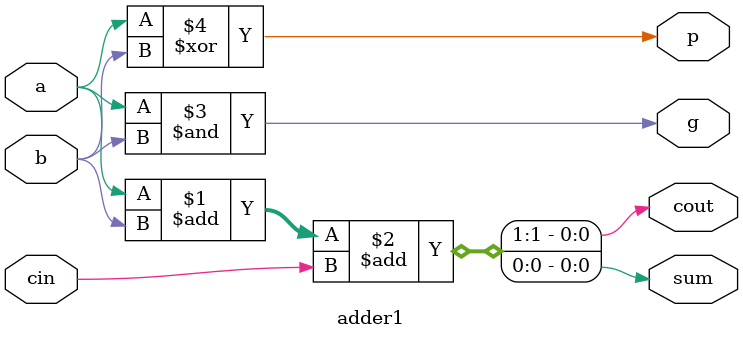
<source format=v>
module adder1 (
    input  a,
    input  b,
    input cin,
    output cout,
    output  sum,
    output g,
    output p
);

    assign {cout,sum}=a+b+cin;
    assign g=a&b;
    assign p=a^b;
    
endmodule


</source>
